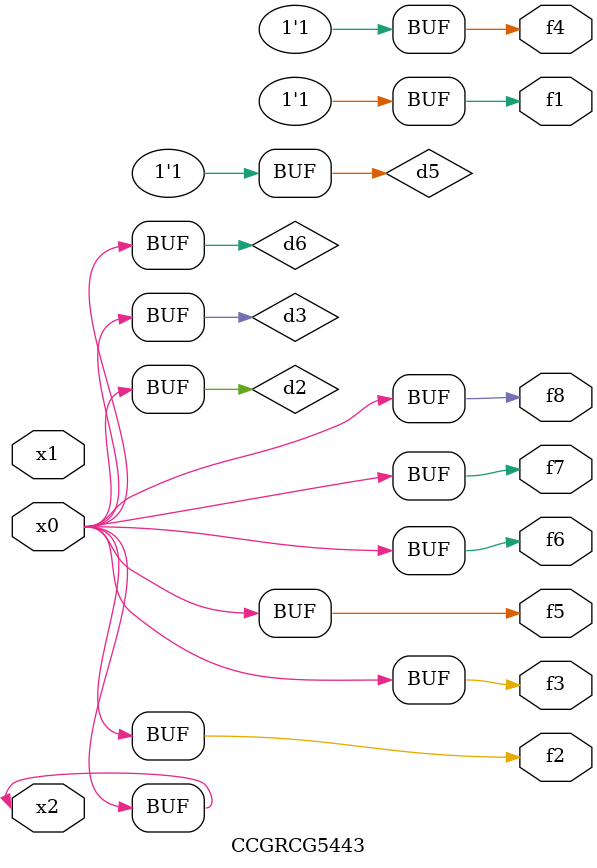
<source format=v>
module CCGRCG5443(
	input x0, x1, x2,
	output f1, f2, f3, f4, f5, f6, f7, f8
);

	wire d1, d2, d3, d4, d5, d6;

	xnor (d1, x2);
	buf (d2, x0, x2);
	and (d3, x0);
	xnor (d4, x1, x2);
	nand (d5, d1, d3);
	buf (d6, d2, d3);
	assign f1 = d5;
	assign f2 = d6;
	assign f3 = d6;
	assign f4 = d5;
	assign f5 = d6;
	assign f6 = d6;
	assign f7 = d6;
	assign f8 = d6;
endmodule

</source>
